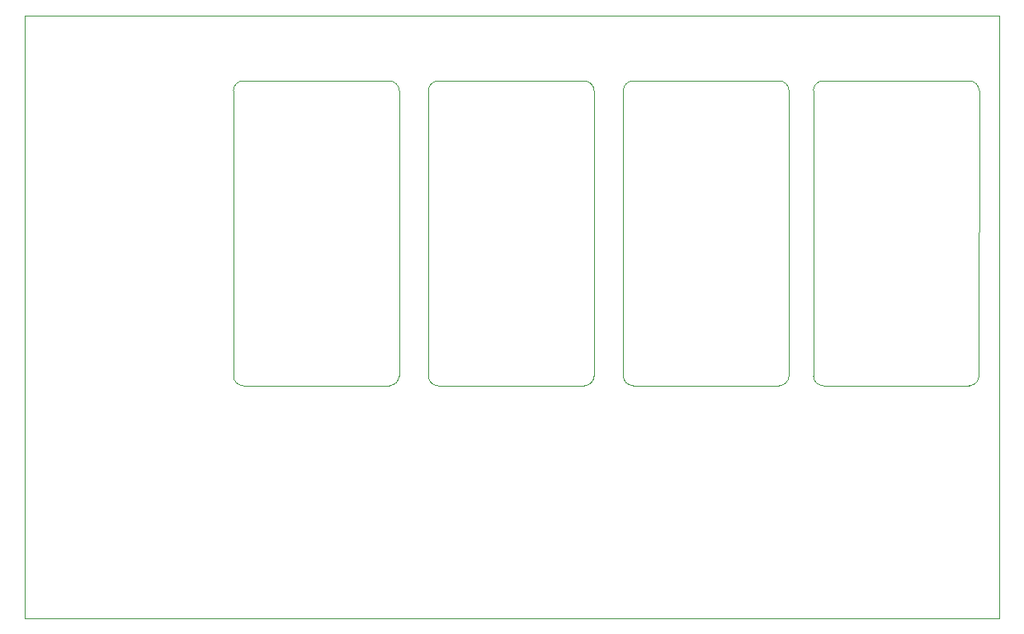
<source format=gbr>
%TF.GenerationSoftware,KiCad,Pcbnew,9.0.0*%
%TF.CreationDate,2025-04-06T17:48:58-04:00*%
%TF.ProjectId,Thruster_Control_Card_COPY,54687275-7374-4657-925f-436f6e74726f,rev?*%
%TF.SameCoordinates,Original*%
%TF.FileFunction,Profile,NP*%
%FSLAX46Y46*%
G04 Gerber Fmt 4.6, Leading zero omitted, Abs format (unit mm)*
G04 Created by KiCad (PCBNEW 9.0.0) date 2025-04-06 17:48:58*
%MOMM*%
%LPD*%
G01*
G04 APERTURE LIST*
%TA.AperFunction,Profile*%
%ADD10C,0.100000*%
%TD*%
G04 APERTURE END LIST*
D10*
X187496446Y-55700000D02*
G75*
G02*
X188503600Y-56707107I-46J-1007200D01*
G01*
X208507107Y-56714214D02*
X208500000Y-86000000D01*
X208500000Y-86000000D02*
G75*
G02*
X207500000Y-87000000I-1000000J0D01*
G01*
X230999975Y-56707107D02*
X231007107Y-85992893D01*
X247000000Y-55700000D02*
G75*
G02*
X248007100Y-56707107I0J-1007100D01*
G01*
X211499975Y-56707107D02*
X211507107Y-85992893D01*
X248000000Y-85992893D02*
G75*
G02*
X247000000Y-86992900I-1000000J-7D01*
G01*
X207500000Y-55707107D02*
G75*
G02*
X208507093Y-56714214I0J-1007093D01*
G01*
X192507107Y-87000000D02*
G75*
G02*
X191507100Y-86000000I-7J1000000D01*
G01*
X150100000Y-49000000D02*
X250100000Y-49000000D01*
X250100000Y-110900000D01*
X150100000Y-110900000D01*
X150100000Y-49000000D01*
X230999975Y-56707107D02*
G75*
G02*
X232000000Y-55700000I1007125J7D01*
G01*
X232000000Y-55700000D02*
X247000000Y-55700000D01*
X171496421Y-56707107D02*
X171503553Y-85992893D01*
X192500000Y-55707107D02*
X207500000Y-55707107D01*
X191499975Y-56714214D02*
G75*
G02*
X192500000Y-55707100I1007125J14D01*
G01*
X172503553Y-86992893D02*
G75*
G02*
X171503607Y-85992893I47J999993D01*
G01*
X212500000Y-55700000D02*
X227500000Y-55700000D01*
X192507107Y-87000000D02*
X207500000Y-87000000D01*
X188503553Y-56707107D02*
X188496446Y-85992893D01*
X227500000Y-55700000D02*
G75*
G02*
X228507100Y-56707107I0J-1007100D01*
G01*
X171496421Y-56707107D02*
G75*
G02*
X172496446Y-55699946I1007179J7D01*
G01*
X212507107Y-86992893D02*
X227500000Y-86992893D01*
X172496446Y-55700000D02*
X187496446Y-55700000D01*
X232007107Y-86992893D02*
X247000000Y-86992893D01*
X211499975Y-56707107D02*
G75*
G02*
X212500000Y-55700000I1007125J7D01*
G01*
X228507107Y-56707107D02*
X228500000Y-85992893D01*
X172503553Y-86992893D02*
X187496446Y-86992893D01*
X212507107Y-86992893D02*
G75*
G02*
X211507107Y-85992893I-7J999993D01*
G01*
X228500000Y-85992893D02*
G75*
G02*
X227500000Y-86992900I-1000000J-7D01*
G01*
X232007107Y-86992893D02*
G75*
G02*
X231007107Y-85992893I-7J999993D01*
G01*
X188496446Y-85992893D02*
G75*
G02*
X187496446Y-86992846I-999946J-7D01*
G01*
X248007107Y-56707107D02*
X248000000Y-85992893D01*
X191499975Y-56714214D02*
X191507107Y-86000000D01*
M02*

</source>
